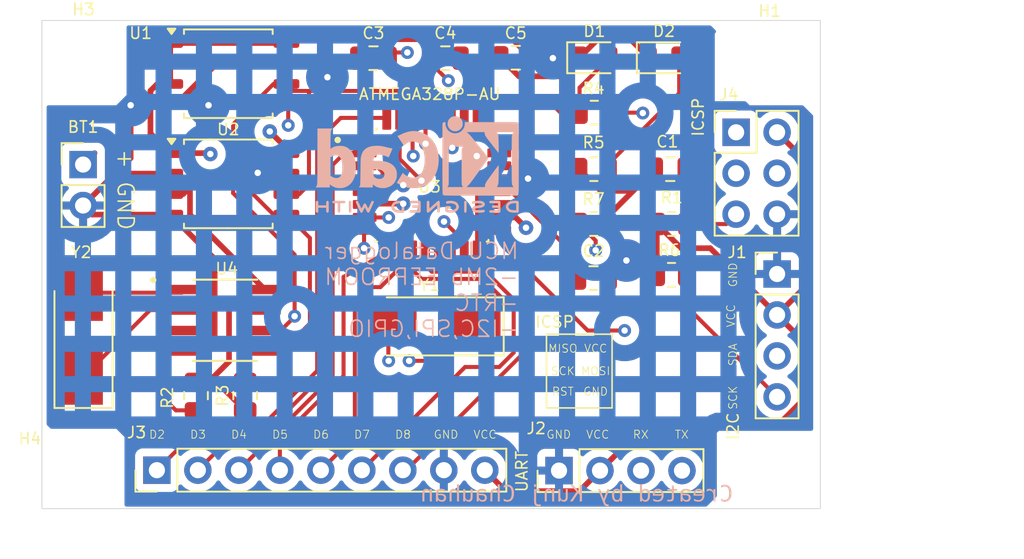
<source format=kicad_pcb>
(kicad_pcb (version 20221018) (generator pcbnew)
  (title_block (title "MCU Datalogger with EEPROM and RTC") (date "2024-06-17") (rev "1") (comment 1 "2 layer PCB"))
  (layers (0 "F.Cu" mixed) (1 "In1.Cu" signal) (2 "In2.Cu" signal) (31 "B.Cu" mixed) (34 "B.Paste" user) (35 "F.Paste" user) (36 "B.SilkS" user "B.Silkscreen") (37 "F.SilkS" user "F.Silkscreen") (38 "B.Mask" user) (39 "F.Mask" user) (44 "Edge.Cuts" user))
  (net 0 "")
  (net 1 "GND")
  (net 2 "/VCC")
  (net 3 "Net-(U3-AREF)")
  (net 4 "Net-(U3-PB6)")
  (net 5 "Net-(U3-PB7)")
  (net 6 "Net-(D1-A)")
  (net 7 "Net-(D2-A)")
  (net 8 "/SDA")
  (net 9 "/SCK")
  (net 10 "/RX")
  (net 11 "/TX")
  (net 12 "/D2")
  (net 13 "/D3")
  (net 14 "/D4")
  (net 15 "/D5")
  (net 16 "/D6")
  (net 17 "/D7")
  (net 18 "/D8")
  (net 19 "/MISO")
  (net 20 "/MOSI")
  (net 21 "/RESET")
  (net 22 "Net-(U4-~{INTA})")
  (net 23 "Net-(U4-SQW{slash}~INT)")
  (net 33 "Net-(U4-X1)")
  (net 34 "Net-(U4-X2)")
  (net 35 "/SCL")
  (footprint "Capacitor_SMD:C_0805_2012Metric" (layer "F.Cu") (at 158.2776 88.0364)
    (fp_text reference "C1" (at -0.1778 -1.7018) (layer "F.SilkS") (effects (font (size 0.7 0.7) (thickness 0.1))))
    (fp_text value "0.1uF")
    (pad "1" smd roundrect (at -0.95 0) (size 1 1.45) (layers "F.Cu" "F.Paste" "F.Mask") (net 2 "/VCC"))
    (pad "2" smd roundrect (at 0.95 0) (size 1 1.45) (layers "F.Cu" "F.Paste" "F.Mask") (net 1 "GND"))
  )
  (footprint "Connector_PinHeader_2.54mm:PinHeader_1x04_P2.54mm_Vertical" (layer "F.Cu") (at 164.8968 94.5388)
    (fp_text reference "J1" (at -2.479 -1.3462) (layer "F.SilkS") (effects (font (size 0.7 0.7) (thickness 0.1))))
    (fp_text value "Conn_01x04_Pin")
    (pad "1" thru_hole rect (at 0 0) (size 1.7 1.7) (drill 1) (layers "*.Cu" "*.Mask") (net 1 "GND"))
    (pad "2" thru_hole oval (at 0 2.54) (size 1.7 1.7) (drill 1) (layers "*.Cu" "*.Mask") (net 2 "/VCC"))
    (pad "3" thru_hole oval (at 0 5.08) (size 1.7 1.7) (drill 1) (layers "*.Cu" "*.Mask") (net 8 "/SDA"))
    (pad "4" thru_hole oval (at 0 7.62) (size 1.7 1.7) (drill 1) (layers "*.Cu" "*.Mask") (net 35 "/SCL"))
  )
  (footprint "Resistor_SMD:R_0805_2012Metric" (layer "F.Cu") (at 153.5407 91.44 180)
    (fp_text reference "R7" (at 0.0129 1.5494) (layer "F.SilkS") (effects (font (size 0.7 0.7) (thickness 0.1))))
    (fp_text value "4.7K")
    (pad "1" smd roundrect (at -0.9125 0 180) (size 1.025 1.4) (layers "F.Cu" "F.Paste" "F.Mask") (roundrect_rratio 0.243902439) (net 2 "/VCC"))
    (pad "2" smd roundrect (at 0.9125 0 180) (size 1.025 1.4) (layers "F.Cu" "F.Paste" "F.Mask") (roundrect_rratio 0.243902439) (net 8 "/SDA"))
  )
  (footprint "Resistor_SMD:R_0805_2012Metric" (layer "F.Cu") (at 131.9378 102.0826 90)
    (fp_text reference "R3" (at 0 -1.397 270) (layer "F.SilkS") (effects (font (size 0.7 0.7) (thickness 0.1))))
    (fp_text value "10K")
    (pad "1" smd roundrect (at -0.9125 0 90) (size 1.025 1.4) (layers "F.Cu" "F.Paste" "F.Mask") (roundrect_rratio 0.243902439) (net 2 "/VCC"))
    (pad "2" smd roundrect (at 0.9125 0 90) (size 1.025 1.4) (layers "F.Cu" "F.Paste" "F.Mask") (roundrect_rratio 0.243902439) (net 23 "Net-(U4-SQW{slash}~INT)"))
  )
  (footprint "Connector_PinHeader_2.54mm:PinHeader_1x02_P2.54mm_Vertical" (layer "F.Cu") (at 121.8946 87.752)
    (fp_text reference "BT1" (at 0 -2.33) (layer "F.SilkS") (effects (font (size 0.7 0.7) (thickness 0.1))))
    (fp_text value "Battery")
    (pad "1" thru_hole rect (at 0 0) (size 1.7 1.7) (drill 1) (layers "*.Cu" "*.Mask") (net 2 "/VCC"))
    (pad "2" thru_hole oval (at 0 2.54) (size 1.7 1.7) (drill 1) (layers "*.Cu" "*.Mask") (net 1 "GND"))
  )
  (footprint "Resistor_SMD:R_0805_2012Metric" (layer "F.Cu") (at 128.8898 102.0826 -90)
    (fp_text reference "R2" (at 0.127 1.778 -90) (layer "F.SilkS") (effects (font (size 0.7 0.7) (thickness 0.1))))
    (fp_text value "10K" hide)
    (pad "1" smd roundrect (at -0.9125 0 270) (size 1.025 1.4) (layers "F.Cu" "F.Paste" "F.Mask") (roundrect_rratio 0.243902439) (net 2 "/VCC"))
    (pad "2" smd roundrect (at 0.9125 0 270) (size 1.025 1.4) (layers "F.Cu" "F.Paste" "F.Mask") (roundrect_rratio 0.243902439) (net 22 "Net-(U4-~{INTA})"))
  )
  (footprint "Crystal:Crystal_SMD_5032-2Pin_5.0x3.2mm_HandSoldering" (layer "F.Cu") (at 121.92 98.298 90)
    (fp_text reference "Y2" (at 5.1054 -0.1422 180) (layer "F.SilkS") (effects (font (size 0.7 0.7) (thickness 0.1))))
    (fp_text value "32.768 KHz")
    (pad "1" smd rect (at -2.6 0 90) (size 3.5 2.4) (layers "F.Cu" "F.Paste" "F.Mask") (net 34 "Net-(U4-X2)"))
    (pad "2" smd rect (at 2.6 0 90) (size 3.5 2.4) (layers "F.Cu" "F.Paste" "F.Mask") (net 33 "Net-(U4-X1)"))
  )
  (footprint "Connector_PinHeader_2.54mm:PinHeader_2x03_P2.54mm_Vertical" (layer "F.Cu") (at 162.3568 85.7504)
    (fp_text reference "J4" (at -0.447 -2.3368) (layer "F.SilkS") (effects (font (size 0.7 0.7) (thickness 0.1))))
    (fp_text value "Conn_02x03_Odd_Even")
    (pad "1" thru_hole rect (at 0 0) (size 1.7 1.7) (drill 1) (layers "*.Cu" "*.Mask") (net 19 "/MISO"))
    (pad "2" thru_hole oval (at 2.54 0) (size 1.7 1.7) (drill 1) (layers "*.Cu" "*.Mask") (net 2 "/VCC"))
    (pad "3" thru_hole oval (at 0 2.54) (size 1.7 1.7) (drill 1) (layers "*.Cu" "*.Mask") (net 9 "/SCK"))
    (pad "4" thru_hole oval (at 2.54 2.54) (size 1.7 1.7) (drill 1) (layers "*.Cu" "*.Mask") (net 20 "/MOSI"))
    (pad "5" thru_hole oval (at 0 5.08) (size 1.7 1.7) (drill 1) (layers "*.Cu" "*.Mask") (net 21 "/RESET"))
    (pad "6" thru_hole oval (at 2.54 5.08) (size 1.7 1.7) (drill 1) (layers "*.Cu" "*.Mask") (net 1 "GND"))
  )
  (footprint "Capacitor_SMD:C_0805_2012Metric" (layer "F.Cu") (at 144.338 81.153)
    (fp_text reference "C4" (at 0 -1.5494) (layer "F.SilkS") (effects (font (size 0.7 0.7) (thickness 0.1))))
    (fp_text value "22pF")
    (pad "1" smd roundrect (at -0.95 0) (size 1 1.45) (layers "F.Cu" "F.Paste" "F.Mask") (net 5 "Net-(U3-PB7)"))
    (pad "2" smd roundrect (at 0.95 0) (size 1 1.45) (layers "F.Cu" "F.Paste" "F.Mask") (net 1 "GND"))
  )
  (footprint "MountingHole:MountingHole_2.1mm" (layer "F.Cu") (at 164.4396 106.6292)
    (fp_text reference "H2" (at 0.0102 0.0254) (layer "F.SilkS") (effects (font (size 0.7 0.7) (thickness 0.1))))
    (fp_text value "MountingHole")
    (pad "" np_thru_hole circle (at 0 0) (size 2.1 2.1) (drill 2.1) (layers "*.Cu" "*.Mask"))
  )
  (footprint "Connector_PinHeader_2.54mm:PinHeader_1x04_P2.54mm_Vertical" (layer "F.Cu") (at 151.384 106.7308 90)
    (fp_text reference "J2" (at 2.6162 -1.4122 180) (layer "F.SilkS") (effects (font (size 0.7 0.7) (thickness 0.1))))
    (fp_text value "Conn_01x04_Pin")
    (pad "1" thru_hole rect (at 0 0 90) (size 1.7 1.7) (drill 1) (layers "*.Cu" "*.Mask") (net 1 "GND"))
    (pad "2" thru_hole oval (at 0 2.54 90) (size 1.7 1.7) (drill 1) (layers "*.Cu" "*.Mask") (net 2 "/VCC"))
    (pad "3" thru_hole oval (at 0 5.08 90) (size 1.7 1.7) (drill 1) (layers "*.Cu" "*.Mask") (net 10 "/RX"))
    (pad "4" thru_hole oval (at 0 7.62 90) (size 1.7 1.7) (drill 1) (layers "*.Cu" "*.Mask") (net 11 "/TX"))
  )
  (footprint "LED_SMD:LED_0805_2012Metric" (layer "F.Cu") (at 153.5763 81.1276)
    (fp_text reference "D1" (at 0 -1.65) (layer "F.SilkS") (effects (font (size 0.7 0.7) (thickness 0.1))))
    (fp_text value "LED")
    (pad "1" smd roundrect (at -0.9375 0) (size 0.975 1.4) (layers "F.Cu" "F.Paste" "F.Mask") (net 1 "GND"))
    (pad "2" smd roundrect (at 0.9375 0) (size 0.975 1.4) (layers "F.Cu" "F.Paste" "F.Mask") (net 6 "Net-(D1-A)"))
  )
  (footprint "Capacitor_SMD:C_0805_2012Metric" (layer "F.Cu") (at 153.5207 94.7928)
    (fp_text reference "C2" (at 0.0071 -1.68) (layer "F.SilkS") (effects (font (size 0.7 0.7) (thickness 0.1))))
    (fp_text value "0.1uF")
    (pad "1" smd roundrect (at -0.95 0) (size 1 1.45) (layers "F.Cu" "F.Paste" "F.Mask") (net 3 "Net-(U3-AREF)"))
    (pad "2" smd roundrect (at 0.95 0) (size 1 1.45) (layers "F.Cu" "F.Paste" "F.Mask") (net 1 "GND"))
  )
  (footprint "Capacitor_SMD:C_0805_2012Metric" (layer "F.Cu") (at 148.7018 81.1276 180)
    (fp_text reference "C5" (at 0 1.524) (layer "F.SilkS") (effects (font (size 0.7 0.7) (thickness 0.1))))
    (fp_text value "100nF")
    (pad "1" smd roundrect (at -0.95 0 180) (size 1 1.45) (layers "F.Cu" "F.Paste" "F.Mask") (net 2 "/VCC"))
    (pad "2" smd roundrect (at 0.95 0 180) (size 1 1.45) (layers "F.Cu" "F.Paste" "F.Mask") (net 1 "GND"))
  )
  (footprint "Package_SO:SOIC-8_5.275x5.275mm_P1.27mm" (layer "F.Cu") (at 130.893 82.1182)
    (fp_text reference "U1" (at -5.4322 -2.5146) (layer "F.SilkS") (effects (font (size 0.7 0.7) (thickness 0.1))))
    (fp_text value "24LC1025")
    (pad "1" smd roundrect (at -3.6 -1.905) (size 1.6 0.6) (layers "F.Cu" "F.Paste" "F.Mask") (net 2 "/VCC"))
    (pad "2" smd roundrect (at -3.6 -0.635) (size 1.6 0.6) (layers "F.Cu" "F.Paste" "F.Mask") (net 2 "/VCC"))
    (pad "3" smd roundrect (at -3.6 0.635) (size 1.6 0.6) (layers "F.Cu" "F.Paste" "F.Mask") (net 2 "/VCC"))
    (pad "4" smd roundrect (at -3.6 1.905) (size 1.6 0.6) (layers "F.Cu" "F.Paste" "F.Mask") (net 1 "GND"))
    (pad "5" smd roundrect (at 3.6 1.905) (size 1.6 0.6) (layers "F.Cu" "F.Paste" "F.Mask") (net 8 "/SDA"))
    (pad "6" smd roundrect (at 3.6 0.635) (size 1.6 0.6) (layers "F.Cu" "F.Paste" "F.Mask") (net 35 "/SCL"))
    (pad "7" smd roundrect (at 3.6 -0.635) (size 1.6 0.6) (layers "F.Cu" "F.Paste" "F.Mask") (net 1 "GND"))
    (pad "8" smd roundrect (at 3.6 -1.905) (size 1.6 0.6) (layers "F.Cu" "F.Paste" "F.Mask") (net 2 "/VCC"))
  )
  (footprint "MountingHole:MountingHole_2.1mm" (layer "F.Cu") (at 121.8946 106.5784)
    (fp_text reference "H4" (at -3.2918 -1.8288) (layer "F.SilkS") (effects (font (size 0.7 0.7) (thickness 0.1))))
    (fp_text value "MountingHole")
    (pad "" np_thru_hole circle (at 0 0) (size 2.1 2.1) (drill 2.1) (layers "*.Cu" "*.Mask"))
  )
  (footprint "DS1337S_:SOIC127P600X175-8N" (layer "F.Cu") (at 130.683 97.409)
    (fp_text reference "U4" (at 0.1118 -3.2004) (layer "F.SilkS") (effects (font (size 0.7 0.7) (thickness 0.1))))
    (fp_text value "DS1337S_")
    (pad "1" smd roundrect (at -2.475 -1.905) (size 1.97 0.59) (layers "F.Cu" "F.Paste" "F.Mask") (roundrect_rratio 0.125) (net 33 "Net-(U4-X1)"))
    (pad "2" smd roundrect (at -2.475 -0.635) (size 1.97 0.59) (layers "F.Cu" "F.Paste" "F.Mask") (roundrect_rratio 0.125) (net 34 "Net-(U4-X2)"))
    (pad "3" smd roundrect (at -2.475 0.635) (size 1.97 0.59) (layers "F.Cu" "F.Paste" "F.Mask") (roundrect_rratio 0.125) (net 22 "Net-(U4-~{INTA})"))
    (pad "4" smd roundrect (at -2.475 1.905) (size 1.97 0.59) (layers "F.Cu" "F.Paste" "F.Mask") (roundrect_rratio 0.125) (net 1 "GND"))
    (pad "5" smd roundrect (at 2.475 1.905) (size 1.97 0.59) (layers "F.Cu" "F.Paste" "F.Mask") (roundrect_rratio 0.125) (net 8 "/SDA"))
    (pad "6" smd roundrect (at 2.475 0.635) (size 1.97 0.59) (layers "F.Cu" "F.Paste" "F.Mask") (roundrect_rratio 0.125) (net 35 "/SCL"))
    (pad "7" smd roundrect (at 2.475 -0.635) (size 1.97 0.59) (layers "F.Cu" "F.Paste" "F.Mask") (roundrect_rratio 0.125) (net 23 "Net-(U4-SQW{slash}~INT)"))
    (pad "8" smd roundrect (at 2.475 -1.905) (size 1.97 0.59) (layers "F.Cu" "F.Paste" "F.Mask") (roundrect_rratio 0.125) (net 2 "/VCC"))
  )
  (footprint "Resistor_SMD:R_0805_2012Metric" (layer "F.Cu") (at 158.3538 94.5896)
    (fp_text reference "R6" (at -0.127 -1.524) (layer "F.SilkS") (effects (font (size 0.7 0.7) (thickness 0.1))))
    (fp_text value "4.7K")
    (pad "1" smd roundrect (at -0.9125 0) (size 1.025 1.4) (layers "F.Cu" "F.Paste" "F.Mask") (roundrect_rratio 0.243902439) (net 2 "/VCC"))
    (pad "2" smd roundrect (at 0.9125 0) (size 1.025 1.4) (layers "F.Cu" "F.Paste" "F.Mask") (roundrect_rratio 0.243902439) (net 35 "/SCL"))
  )
  (footprint "Capacitor_SMD:C_0805_2012Metric" (layer "F.Cu") (at 139.888 81.153)
    (fp_text reference "C3" (at 0 -1.5494) (layer "F.SilkS") (effects (font (size 0.7 0.7) (thickness 0.1))))
    (fp_text value "22pF")
    (pad "1" smd roundrect (at -0.95 0) (size 1 1.45) (layers "F.Cu" "F.Paste" "F.Mask") (net 1 "GND"))
    (pad "2" smd roundrect (at 0.95 0) (size 1 1.45) (layers "F.Cu" "F.Paste" "F.Mask") (net 4 "Net-(U3-PB6)"))
  )
  (footprint "Crystal:Crystal_SMD_5032-2Pin_5.0x3.2mm_HandSoldering" (layer "F.Cu") (at 143.4084 97.79 180)
    (fp_text reference "Y1" (at 0.0406 2.5654 180) (layer "F.SilkS") (effects (font (size 0.7 0.7) (thickness 0.1))))
    (fp_text value "16MHz")
    (pad "1" smd rect (at -2.6 0 180) (size 3.5 2.4) (layers "F.Cu" "F.Paste" "F.Mask") (net 5 "Net-(U3-PB7)"))
    (pad "2" smd rect (at 2.6 0 180) (size 3.5 2.4) (layers "F.Cu" "F.Paste" "F.Mask") (net 4 "Net-(U3-PB6)"))
  )
  (footprint "MountingHole:MountingHole_2.1mm" (layer "F.Cu") (at 121.92 81.3308)
    (fp_text reference "H3" (at 0 -3.2) (layer "F.SilkS") (effects (font (size 0.7 0.7) (thickness 0.1))))
    (fp_text value "MountingHole")
    (pad "" np_thru_hole circle (at 0 0) (size 2.1 2.1) (drill 2.1) (layers "*.Cu" "*.Mask"))
  )
  (footprint "Connector_PinHeader_2.54mm:PinHeader_1x09_P2.54mm_Vertical" (layer "F.Cu") (at 126.4666 106.7054 90)
    (fp_text reference "J3" (at 2.3368 -1.2598 180) (layer "F.SilkS") (effects (font (size 0.7 0.7) (thickness 0.1))))
    (fp_text value "Conn_01x09_Pin")
    (pad "1" thru_hole rect (at 0 0 90) (size 1.7 1.7) (drill 1) (layers "*.Cu" "*.Mask") (net 12 "/D2"))
    (pad "2" thru_hole oval (at 0 2.54 90) (size 1.7 1.7) (drill 1) (layers "*.Cu" "*.Mask") (net 13 "/D3"))
    (pad "3" thru_hole oval (at 0 5.08 90) (size 1.7 1.7) (drill 1) (layers "*.Cu" "*.Mask") (net 14 "/D4"))
    (pad "4" thru_hole oval (at 0 7.62 90) (size 1.7 1.7) (drill 1) (layers "*.Cu" "*.Mask") (net 15 "/D5"))
    (pad "5" thru_hole oval (at 0 10.16 90) (size 1.7 1.7) (drill 1) (layers "*.Cu" "*.Mask") (net 16 "/D6"))
    (pad "6" thru_hole oval (at 0 12.7 90) (size 1.7 1.7) (drill 1) (layers "*.Cu" "*.Mask") (net 17 "/D7"))
    (pad "7" thru_hole oval (at 0 15.24 90) (size 1.7 1.7) (drill 1) (layers "*.Cu" "*.Mask") (net 18 "/D8"))
    (pad "8" thru_hole oval (at 0 17.78 90) (size 1.7 1.7) (drill 1) (layers "*.Cu" "*.Mask") (net 1 "GND"))
    (pad "9" thru_hole oval (at 0 20.32 90) (size 1.7 1.7) (drill 1) (layers "*.Cu" "*.Mask") (net 2 "/VCC"))
  )
  (footprint "Package_SO:SOIC-8_5.275x5.275mm_P1.27mm" (layer "F.Cu") (at 130.893 88.9482)
    (fp_text reference "U2" (at 0 -3.3756) (layer "F.SilkS") (effects (font (size 0.7 0.7) (thickness 0.1))))
    (fp_text value "24LC1025")
    (pad "1" smd roundrect (at -3.6 -1.905) (size 1.6 0.6) (layers "F.Cu" "F.Paste" "F.Mask") (net 2 "/VCC"))
    (pad "2" smd roundrect (at -3.6 -0.635) (size 1.6 0.6) (layers "F.Cu" "F.Paste" "F.Mask") (net 1 "GND"))
    (pad "3" smd roundrect (at -3.6 0.635) (size 1.6 0.6) (layers "F.Cu" "F.Paste" "F.Mask") (net 2 "/VCC"))
    (pad "4" smd roundrect (at -3.6 1.905) (size 1.6 0.6) (layers "F.Cu" "F.Paste" "F.Mask") (net 1 "GND"))
    (pad "5" smd roundrect (at 3.6 1.905) (size 1.6 0.6) (layers "F.Cu" "F.Paste" "F.Mask") (net 8 "/SDA"))
    (pad "6" smd roundrect (at 3.6 0.635) (size 1.6 0.6) (layers "F.Cu" "F.Paste" "F.Mask") (net 35 "/SCL"))
    (pad "7" smd roundrect (at 3.6 -0.635) (size 1.6 0.6) (layers "F.Cu" "F.Paste" "F.Mask") (net 1 "GND"))
    (pad "8" smd roundrect (at 3.6 -1.905) (size 1.6 0.6) (layers "F.Cu" "F.Paste" "F.Mask") (net 2 "/VCC"))
  )
  (footprint "Resistor_SMD:R_0805_2012Metric" (layer "F.Cu") (at 158.369 91.44)
    (fp_text reference "R1" (at 0 -1.65) (layer "F.SilkS") (effects (font (size 0.7 0.7) (thickness 0.1))))
    (fp_text value "10K")
    (pad "1" smd roundrect (at -0.9125 0) (size 1.025 1.4) (layers "F.Cu" "F.Paste" "F.Mask") (roundrect_rratio 0.243902439) (net 2 "/VCC"))
    (pad "2" smd roundrect (at 0.9125 0) (size 1.025 1.4) (layers "F.Cu" "F.Paste" "F.Mask") (roundrect_rratio 0.243902439) (net 21 "/RESET"))
  )
  (footprint "Resistor_SMD:R_0805_2012Metric" (layer "F.Cu") (at 153.5684 84.5312)
    (fp_text reference "R4" (at -0.0406 -1.4986) (layer "F.SilkS") (effects (font (size 0.7 0.7) (thickness 0.1))))
    (fp_text value "330")
    (pad "1" smd roundrect (at -0.9125 0) (size 1.025 1.4) (layers "F.Cu" "F.Paste" "F.Mask") (roundrect_rratio 0.243902439) (net 6 "Net-(D1-A)"))
    (pad "2" smd roundrect (at 0.9125 0) (size 1.025 1.4) (layers "F.Cu" "F.Paste" "F.Mask") (roundrect_rratio 0.243902439) (net 9 "/SCK"))
  )
  (footprint "MountingHole:MountingHole_2.1mm" (layer "F.Cu") (at 164.4396 81.4324)
    (fp_text reference "H1" (at 0 -3.2) (layer "F.SilkS") (effects (font (size 0.7 0.7) (thickness 0.1))))
    (fp_text value "MountingHole")
    (pad "" np_thru_hole circle (at 0 0) (size 2.1 2.1) (drill 2.1) (layers "*.Cu" "*.Mask"))
  )
  (footprint "LED_SMD:LED_0805_2012Metric" (layer "F.Cu") (at 157.892 81.1276)
    (fp_text reference "D2" (at 0 -1.65) (layer "F.SilkS") (effects (font (size 0.7 0.7) (thickness 0.1))))
    (fp_text value "LED")
    (pad "1" smd roundrect (at -0.9375 0) (size 0.975 1.4) (layers "F.Cu" "F.Paste" "F.Mask") (net 1 "GND"))
    (pad "2" smd roundrect (at 0.9375 0) (size 0.975 1.4) (layers "F.Cu" "F.Paste" "F.Mask") (net 7 "Net-(D2-A)"))
  )
  (footprint "Resistor_SMD:R_0805_2012Metric" (layer "F.Cu") (at 153.5407 88.0364)
    (fp_text reference "R5" (at -0.0129 -1.65) (layer "F.SilkS") (effects (font (size 0.7 0.7) (thickness 0.1))))
    (fp_text value "330")
    (pad "1" smd roundrect (at -0.9125 0) (size 1.025 1.4) (layers "F.Cu" "F.Paste" "F.Mask") (roundrect_rratio 0.243902439) (net 2 "/VCC"))
    (pad "2" smd roundrect (at 0.9125 0) (size 1.025 1.4) (layers "F.Cu" "F.Paste" "F.Mask") (roundrect_rratio 0.243902439) (net 7 "Net-(D2-A)"))
  )
  (footprint "ATMEGA328P-AU:QFP80P900X900X120-32N" (layer "F.Cu") (at 143.51 89.027)
    (fp_text reference "U3" (at -0.1422 0.1016) (layer "F.SilkS") (effects (font (size 0.7 0.7) (thickness 0.1))))
    (fp_text value "ATMEGA328P-AU")
    (pad "1" smd roundrect (at -4.17 -2.8) (size 1.47 0.55) (layers "F.Cu" "F.Paste" "F.Mask") (roundrect_rratio 0.125) (net 13 "/D3"))
    (pad "2" smd roundrect (at -4.17 -2) (size 1.47 0.55) (layers "F.Cu" "F.Paste" "F.Mask") (roundrect_rratio 0.125) (net 14 "/D4"))
    (pad "3" smd roundrect (at -4.17 -1.2) (size 1.47 0.55) (layers "F.Cu" "F.Paste" "F.Mask") (roundrect_rratio 0.125) (net 1 "GND"))
    (pad "4" smd roundrect (at -4.17 -0.4) (size 1.47 0.55) (layers "F.Cu" "F.Paste" "F.Mask") (roundrect_rratio 0.125))
    (pad "5" smd roundrect (at -4.17 0.4) (size 1.47 0.55) (layers "F.Cu" "F.Paste" "F.Mask") (roundrect_rratio 0.125) (net 1 "GND"))
    (pad "6" smd roundrect (at -4.17 1.2) (size 1.47 0.55) (layers "F.Cu" "F.Paste" "F.Mask") (roundrect_rratio 0.125) (net 2 "/VCC"))
    (pad "7" smd roundrect (at -4.17 2) (size 1.47 0.55) (layers "F.Cu" "F.Paste" "F.Mask") (roundrect_rratio 0.125) (net 4 "Net-(U3-PB6)"))
    (pad "8" smd roundrect (at -4.17 2.8) (size 1.47 0.55) (layers "F.Cu" "F.Paste" "F.Mask") (roundrect_rratio 0.125) (net 5 "Net-(U3-PB7)"))
    (pad "9" smd roundrect (at -2.8 4.17) (size 0.55 1.47) (layers "F.Cu" "F.Paste" "F.Mask") (roundrect_rratio 0.125) (net 15 "/D5"))
    (pad "10" smd roundrect (at -2 4.17) (size 0.55 1.47) (layers "F.Cu" "F.Paste" "F.Mask") (roundrect_rratio 0.125) (net 16 "/D6"))
    (pad "11" smd roundrect (at -1.2 4.17) (size 0.55 1.47) (layers "F.Cu" "F.Paste" "F.Mask") (roundrect_rratio 0.125) (net 17 "/D7"))
    (pad "12" smd roundrect (at -0.4 4.17) (size 0.55 1.47) (layers "F.Cu" "F.Paste" "F.Mask") (roundrect_rratio 0.125) (net 18 "/D8"))
    (pad "13" smd roundrect (at 0.4 4.17) (size 0.55 1.47) (layers "F.Cu" "F.Paste" "F.Mask") (roundrect_rratio 0.125))
    (pad "14" smd roundrect (at 1.2 4.17) (size 0.55 1.47) (layers "F.Cu" "F.Paste" "F.Mask") (roundrect_rratio 0.125))
    (pad "15" smd roundrect (at 2 4.17) (size 0.55 1.47) (layers "F.Cu" "F.Paste" "F.Mask") (roundrect_rratio 0.125) (net 20 "/MOSI"))
    (pad "16" smd roundrect (at 2.8 4.17) (size 0.55 1.47) (layers "F.Cu" "F.Paste" "F.Mask") (roundrect_rratio 0.125) (net 19 "/MISO"))
    (pad "17" smd roundrect (at 4.17 2.8) (size 1.47 0.55) (layers "F.Cu" "F.Paste" "F.Mask") (roundrect_rratio 0.125) (net 9 "/SCK"))
    (pad "18" smd roundrect (at 4.17 2) (size 1.47 0.55) (layers "F.Cu" "F.Paste" "F.Mask") (roundrect_rratio 0.125) (net 2 "/VCC"))
    (pad "19" smd roundrect (at 4.17 1.2) (size 1.47 0.55) (layers "F.Cu" "F.Paste" "F.Mask") (roundrect_rratio 0.125))
    (pad "20" smd roundrect (at 4.17 0.4) (size 1.47 0.55) (layers "F.Cu" "F.Paste" "F.Mask") (roundrect_rratio 0.125) (net 3 "Net-(U3-AREF)"))
    (pad "21" smd roundrect (at 4.17 -0.4) (size 1.47 0.55) (layers "F.Cu" "F.Paste" "F.Mask") (roundrect_rratio 0.125) (net 1 "GND"))
    (pad "22" smd roundrect (at 4.17 -1.2) (size 1.47 0.55) (layers "F.Cu" "F.Paste" "F.Mask") (roundrect_rratio 0.125))
    (pad "23" smd roundrect (at 4.17 -2) (size 1.47 0.55) (layers "F.Cu" "F.Paste" "F.Mask") (roundrect_rratio 0.125))
    (pad "24" smd roundrect (at 4.17 -2.8) (size 1.47 0.55) (layers "F.Cu" "F.Paste" "F.Mask") (roundrect_rratio 0.125))
    (pad "25" smd roundrect (at 2.8 -4.17) (size 0.55 1.47) (layers "F.Cu" "F.Paste" "F.Mask") (roundrect_rratio 0.125))
    (pad "26" smd roundrect (at 2 -4.17) (size 0.55 1.47) (layers "F.Cu" "F.Paste" "F.Mask") (roundrect_rratio 0.125))
    (pad "27" smd roundrect (at 1.2 -4.17) (size 0.55 1.47) (layers "F.Cu" "F.Paste" "F.Mask") (roundrect_rratio 0.125) (net 8 "/SDA"))
    (pad "28" smd roundrect (at 0.4 -4.17) (size 0.55 1.47) (layers "F.Cu" "F.Paste" "F.Mask") (roundrect_rratio 0.125) (net 35 "/SCL"))
    (pad "29" smd roundrect (at -0.4 -4.17) (size 0.55 1.47) (layers "F.Cu" "F.Paste" "F.Mask") (roundrect_rratio 0.125) (net 21 "/RESET"))
    (pad "30" smd roundrect (at -1.2 -4.17) (size 0.55 1.47) (layers "F.Cu" "F.Paste" "F.Mask") (roundrect_rratio 0.125) (net 10 "/RX"))
    (pad "31" smd roundrect (at -2 -4.17) (size 0.55 1.47) (layers "F.Cu" "F.Paste" "F.Mask") (roundrect_rratio 0.125) (net 11 "/TX"))
    (pad "32" smd roundrect (at -2.8 -4.17) (size 0.55 1.47) (layers "F.Cu" "F.Paste" "F.Mask") (roundrect_rratio 0.125) (net 12 "/D2"))
  )
  (footprint "Symbol:KiCad-Logo2_5mm_SilkScreen" (layer "B.Cu") (at 142.6058 87.7316 180)
    (fp_text reference "REF**" hide)
    (fp_text value "KiCad-Logo2_5mm_SilkScreen" hide)
  )
  (gr_line (start 154.6708 102.8446) (end 154.6708 98.2726) (stroke (width 0.1)) (layer "F.SilkS"))
  (gr_line (start 150.6068 102.8446) (end 154.6708 102.8446) (stroke (width 0.1)) (layer "F.SilkS"))
  (gr_line (start 150.6068 98.2726) (end 150.6068 102.8446) (stroke (width 0.1)) (layer "F.SilkS"))
  (gr_line (start 154.6708 98.2726) (end 150.6068 98.2726) (stroke (width 0.1)) (layer "F.SilkS"))
  (gr_rect (start 119.3419 78.8162) (end 167.5765 109.093) (stroke (width 0.05)) (fill none) (layer "Edge.Cuts"))
  (gr_text "Created by Kunj Chauhan" (at 162.1638 108.8136) (layer "B.SilkS") (effects (font (size 1 1) (thickness 0.125)) (justify left bottom mirror)))
  (gr_text "MCU Datalogger \n-2Mb EEPROOM\n-RTC\n-I2C,SPI,GPIO" (at 148.9558 98.5266) (layer "B.SilkS") (effects (font (size 1 1) (thickness 0.1)) (justify left bottom mirror)))
  (gr_text "VCC" (at 153.6548 99.1616) (layer "F.SilkS") (effects (font (size 0.5 0.5) (thickness 0.05))))
  (gr_text "+ GND\n" (at 123.9368 86.7156 -90) (layer "F.SilkS") (effects (font (size 1 1) (thickness 0.1)) (justify left bottom)))
  (gr_text "ICSP\n" (at 151.1148 97.5106) (layer "F.SilkS") (effects (font (size 0.7 0.7) (thickness 0.1))))
  (gr_text "GND" (at 151.3688 104.4956) (layer "F.SilkS") (effects (font (size 0.5 0.5) (thickness 0.05))))
  (gr_text "D5\n" (at 134.0968 104.4956) (layer "F.SilkS") (effects (font (size 0.5 0.5) (thickness 0.05))))
  (gr_text "SDA\n" (at 162.1638 99.5426 90) (layer "F.SilkS") (effects (font (size 0.5 0.5) (thickness 0.05))))
  (gr_text "I2C\n" (at 162.1638 103.9876 90) (layer "F.SilkS") (effects (font (size 0.7 0.7) (thickness 0.1))))
  (gr_text "D6\n" (at 136.6368 104.4956) (layer "F.SilkS") (effects (font (size 0.5 0.5) (thickness 0.05))))
  (gr_text "RX" (at 156.4488 104.4956) (layer "F.SilkS") (effects (font (size 0.5 0.5) (thickness 0.05))))
  (gr_text "D7" (at 139.1768 104.4956) (layer "F.SilkS") (effects (font (size 0.5 0.5) (thickness 0.05))))
  (gr_text "TX" (at 158.9888 104.4956) (layer "F.SilkS") (effects (font (size 0.5 0.5) (thickness 0.05))))
  (gr_text "D4\n" (at 131.5568 104.4956) (layer "F.SilkS") (effects (font (size 0.5 0.5) (thickness 0.05))))
  (gr_text "UART\n" (at 149.0828 106.7816 90) (layer "F.SilkS") (effects (font (size 0.7 0.7) (thickness 0.1))))
  (gr_text "MISO\n" (at 151.6228 99.1616) (layer "F.SilkS") (effects (font (size 0.5 0.5) (thickness 0.05))))
  (gr_text "MOSI\n" (at 153.6548 100.5586) (layer "F.SilkS") (effects (font (size 0.5 0.5) (thickness 0.05))))
  (gr_text "SCK" (at 162.1638 102.2096 90) (layer "F.SilkS") (effects (font (size 0.5 0.5) (thickness 0.05))))
  (gr_text "ATMEGA328P-AU" (at 138.9228 83.7946) (layer "F.SilkS") (effects (font (size 0.7 0.7) (thickness 0.1)) (justify left bottom)))
  (gr_text "GND" (at 144.3838 104.4956) (layer "F.SilkS") (effects (font (size 0.5 0.5) (thickness 0.05))))
  (gr_text "VCC" (at 153.7818 104.4956) (layer "F.SilkS") (effects (font (size 0.5 0.5) (thickness 0.05))))
  (gr_text "ICSP\n" (at 160.0048 84.8106 90) (layer "F.SilkS") (effects (font (size 0.7 0.7) (thickness 0.1))))
  (gr_text "D2" (at 126.4768 104.4956) (layer "F.SilkS") (effects (font (size 0.5 0.5) (thickness 0.05))))
  (gr_text "GND" (at 162.1638 94.5896 90) (layer "F.SilkS") (effects (font (size 0.5 0.5) (thickness 0.05))))
  (gr_text "RST\n" (at 151.6228 101.8286) (layer "F.SilkS") (effects (font (size 0.5 0.5) (thickness 0.05))))
  (gr_text "SCK\n" (at 151.6228 100.5586) (layer "F.SilkS") (effects (font (size 0.5 0.5) (thickness 0.05))))
  (gr_text "D8\n" (at 141.7168 104.4956) (layer "F.SilkS") (effects (font (size 0.5 0.5) (thickness 0.05))))
  (gr_text "VCC" (at 146.7968 104.4956) (layer "F.SilkS") (effects (font (size 0.5 0.5) (thickness 0.05))))
  (gr_text "D3\n" (at 129.0168 104.4956) (layer "F.SilkS") (effects (font (size 0.5 0.5) (thickness 0.05))))
  (gr_text "VCC" (at 162.0368 97.1296 90) (layer "F.SilkS") (effects (font (size 0.5 0.5) (thickness 0.05))))
  (gr_text "GND" (at 153.6548 101.8286) (layer "F.SilkS") (effects (font (size 0.5 0.5) (thickness 0.05))))
  (segment (start 152.6388 81.1276) (end 151.0284 81.1276) (width 0.35) (layer "F.Cu") (net 1))
  (segment (start 139.34 87.827) (end 140.138 87.827) (width 0.35) (layer "F.Cu") (net 1))
  (segment (start 147.7264 81.153) (end 147.7518 81.1276) (width 0.35) (layer "F.Cu") (net 1))
  (segment (start 140.5 89.039672) (end 140.112672 89.427) (width 0.35) (layer "F.Cu") (net 1))
  (segment (start 152.6388 81.1276) (end 153.7638 80.0026) (width 0.35) (layer "F.Cu") (net 1))
  (segment (start 140.138 87.827) (end 140.5 88.189) (width 0.35) (layer "F.Cu") (net 1))
  (segment (start 137.033 81.4832) (end 138.6078 81.4832) (width 0.35) (layer "F.Cu") (net 1))
  (segment (start 121.8946 90.292) (end 123.1113 89.0753) (width 0.35) (layer "F.Cu") (net 1))
  (segment (start 127.293 90.8532) (end 122.4558 90.8532) (width 0.35) (layer "F.Cu") (net 1))
  (segment (start 132.7632 88.3132) (end 132.715 88.265) (width 0.35) (layer "F.Cu") (net 1))
  (segment (start 138.6078 81.4832) (end 138.938 81.153) (width 0.35) (layer "F.Cu") (net 1))
  (segment (start 140.112672 89.427) (end 139.34 89.427) (width 0.35) (layer "F.Cu") (net 1))
  (segment (start 137.033 81.4832) (end 137.033 82.3346) (width 0.35) (layer "F.Cu") (net 1))
  (segment (start 155.8295 80.0026) (end 156.9545 81.1276) (width 0.35) (layer "F.Cu") (net 1))
  (segment (start 147.7518 81.1276) (end 148.9018 82.2776) (width 0.35) (layer "F.Cu") (net 1))
  (segment (start 153.7638 80.0026) (end 155.8295 80.0026) (width 0.35) (layer "F.Cu") (net 1))
  (segment (start 147.68 88.627) (end 149.4574 88.627) (width 0.35) (layer "F.Cu") (net 1))
  (segment (start 151.4888 82.2776) (end 152.6388 81.1276) (width 0.35) (layer "F.Cu") (net 1))
  (segment (start 134.493 81.4832) (end 137.033 81.4832) (width 0.35) (layer "F.Cu") (net 1))
  (segment (start 164.8968 90.8304) (end 164.8968 94.5388) (width 0.35) (layer "F.Cu") (net 1))
  (segment (start 141.719328 89.039672) (end 140.5 89.039672) (width 0.35) (layer "F.Cu") (net 1))
  (segment (start 130.180328 81.4832) (end 127.640328 84.0232) (width 0.35) (layer "F.Cu") (net 1))
  (segment (start 160.401 80.899) (end 159.5046 80.0026) (width 0.35) (layer "F.Cu") (net 1))
  (segment (start 129.6162 84.0232) (end 129.667 84.074) (width 0.35) (layer "F.Cu") (net 1))
  (segment (start 123.1113 89.0753) (end 124.841 87.3456) (width 0.35) (layer "F.Cu") (net 1))
  (segment (start 148.9018 82.2776) (end 151.4888 82.2776) (width 0.35) (layer "F.Cu") (net 1))
  (segment (start 123.8734 88.3132) (end 127.293 88.3132) (width 0.35) (layer "F.Cu") (net 1))
  (segment (start 159.5046 80.0026) (end 155.8295 80.0026) (width 0.35) (layer "F.Cu") (net 1))
  (segment (start 154.4707 94.7928) (end 154.4707 94.7897) (width 0.35) (layer "F.Cu") (net 1))
  (segment (start 160.401 86.863) (end 160.401 80.899) (width 0.35) (layer "F.Cu") (net 1))
  (segment (start 141.732 89.027) (end 141.719328 89.039672) (width 0.35) (layer "F.Cu") (net 1))
  (segment (start 128.208 99.314) (end 129.193 99.314) (width 0.35) (layer "F.Cu") (net 1))
  (segment (start 130.048 98.459) (end 130.048 93.6082) (width 0.35) (layer "F.Cu") (net 1))
  (segment (start 154.4707 94.7897) (end 155.5598 93.7006) (width 0.35) (layer "F.Cu") (net 1))
  (segment (start 149.4574 88.627) (end 149.4638 88.6206) (width 0.35) (layer "F.Cu") (net 1))
  (segment (start 159.2276 88.0364) (end 160.401 86.863) (width 0.35) (layer "F.Cu") (net 1))
  (segment (start 127.640328 84.0232) (end 127.293 84.0232) (width 0.35) (layer "F.Cu") (net 1))
  (segment (start 124.841 87.3456) (end 124.841 84.074) (width 0.35) (layer "F.Cu") (net 1))
  (segment (start 129.193 99.314) (end 130.048 98.459) (width 0.35) (layer "F.Cu") (net 1))
  (segment (start 123.1113 89.0753) (end 123.8734 88.3132) (width 0.35) (layer "F.Cu") (net 1))
  (segment (start 122.4558 90.8532) (end 121.8946 90.292) (width 0.35) (layer "F.Cu") (net 1))
  (segment (start 127.293 84.0232) (end 129.6162 84.0232) (width 0.35) (layer "F.Cu") (net 1))
  (segment (start 134.493 81.4832) (end 130.180328 81.4832) (width 0.35) (layer "F.Cu") (net 1))
  (segment (start 130.048 93.6082) (end 127.293 90.8532) (width 0.35) (layer "F.Cu") (net 1))
  (segment (start 134.493 88.3132) (end 132.7632 88.3132) (width 0.35) (layer "F.Cu") (net 1))
  (segment (start 145.288 81.153) (end 147.7264 81.153) (width 0.35) (layer "F.Cu") (net 1))
  (segment (start 151.0284 81.1276) (end 151.003 81.153) (width 0.35) (layer "F.Cu") (net 1))
  (segment (start 140.5 88.189) (end 140.5 89.039672) (width 0.35) (layer "F.Cu") (net 1))
  (via (at 129.667 84.074) (size 0.9) (drill 0.4) (layers "F.Cu" "B.Cu") (net 1))
  (via (at 137.033 82.3346) (size 0.9) (drill 0.4) (layers "F.Cu" "B.Cu") (net 1))
  (via (at 151.003 81.153) (size 0.9) (drill 0.4) (layers "F.Cu" "B.Cu") (net 1))
  (via (at 124.841 84.074) (size 0.9) (drill 0.4) (layers "F.Cu" "B.Cu") (net 1))
  (via (at 149.4638 88.6206) (size 0.9) (drill 0.4) (layers "F.Cu" "B.Cu") (net 1))
  (via (at 141.732 89.027) (size 0.9) (drill 0.4) (layers "F.Cu" "B.Cu") (net 1))
  (via (at 155.5598 93.7006) (size 0.9) (drill 0.4) (layers "F.Cu" "B.Cu") (net 1))
  (via (at 132.715 88.265) (size 0.9) (drill 0.4) (layers "F.Cu" "B.Cu") (net 1))
  (segment (start 132.1664 95.504) (end 133.158 95.504) (width 0.35) (layer "F.Cu") (net 2))
  (segment (start 166.7358 95.2398) (end 164.8968 97.0788) (width 0.35) (layer "F.Cu") (net 2))
  (segment (start 134.493 87.0432) (end 134.493 86.7308) (width 0.35) (layer "F.Cu") (net 2))
  (segment (start 158.9551 92.9386) (end 160.7566 92.9386) (width 0.35) (layer "F.Cu") (net 2))
  (segment (start 128.8898 101.1701) (end 129.734118 101.1701) (width 0.35) (layer "F.Cu") (net 2))
  (segment (start 157.4565 91.44) (end 158.9551 92.9386) (width 0.35) (layer "F.Cu") (net 2))
  (segment (start 147.68 91.027) (end 148.6952 91.027) (width 0.35) (layer "F.Cu") (net 2))
  (segment (start 164.8968 85.7504) (end 166.7358 87.5894) (width 0.35) (layer "F.Cu") (net 2))
  (segment (start 127.293 80.2132) (end 134.493 80.2132) (width 0.35) (layer "F.Cu") (net 2))
  (segment (start 126.068 83.178201) (end 126.068 85.8182) (width 0.35) (layer "F.Cu") (net 2))
  (segment (start 128.518 89.158199) (end 128.518 87.2328) (width 0.35) (layer "F.Cu") (net 2))
  (segment (start 134.493 86.7308) (end 133.4618 85.6996) (width 0.35) (layer "F.Cu") (net 2))
  (segment (start 152.649 108.0058) (end 148.087 108.0058) (width 0.35) (layer "F.Cu") (net 2))
  (segment (start 126.068 85.8182) (end 127.293 87.0432) (width 0.35) (layer "F.Cu") (net 2))
  (segment (start 157.4413 91.4552) (end 157.4565 91.44) (width 0.35) (layer "F.Cu") (net 2))
  (segment (start 128.518 90.864) (end 128.518 89.158199) (width 0.35) (layer "F.Cu") (net 2))
  (segment (start 164.871123 103.9876) (end 156.6672 103.9876) (width 0.35) (layer "F.Cu") (net 2))
  (segment (start 139.389997 90.177003) (end 141.732 90.177003) (width 0.35) (layer "F.Cu") (net 2))
  (segment (start 139.34 90.227) (end 139.389997 90.177003) (width 0.35) (layer "F.Cu") (net 2))
  (segment (start 129.734118 101.1701) (end 130.937 99.967218) (width 0.35) (layer "F.Cu") (net 2))
  (segment (start 127.293 89.5832) (end 128.092999 89.5832) (width 0.35) (layer "F.Cu") (net 2))
  (segment (start 128.8898 101.1701) (end 130.1128 101.1701) (width 0.35) (layer "F.Cu") (net 2))
  (segment (start 129.7254 87.0432) (end 129.7788 87.0966) (width 0.35) (layer "F.Cu") (net 2))
  (segment (start 164.8968 97.0788) (end 166.7358 98.9178) (width 0.35) (layer "F.Cu") (net 2))
  (segment (start 130.937 96.7334) (end 132.1664 95.504) (width 0.35) (layer "F.Cu") (net 2))
  (segment (start 166.7358 98.9178) (end 166.7358 102.122923) (width 0.35) (layer "F.Cu") (net 2))
  (segment (start 128.1278 87.0432) (end 129.7254 87.0432) (width 0.35) (layer "F.Cu") (net 2))
  (segment (start 128.518 87.2328) (end 128.3284 87.0432) (width 0.35) (layer "F.Cu") (net 2))
  (segment (start 130.937 99.967218) (end 130.937 96.7334) (width 0.35) (layer "F.Cu") (net 2))
  (segment (start 160.7566 92.9386) (end 164.8968 97.0788) (width 0.35) (layer "F.Cu") (net 2))
  (segment (start 130.1128 101.1701) (end 131.9378 102.9951) (width 0.35) (layer "F.Cu") (net 2))
  (segment (start 166.7358 87.5894) (end 166.7358 95.2398) (width 0.35) (layer "F.Cu") (net 2))
  (segment (start 153.9744 89.3826) (end 155.9814 89.3826) (width 0.35) (layer "F.Cu") (net 2))
  (segment (start 128.1278 87.0432) (end 127.293 87.0432) (width 0.35) (layer "F.Cu") (net 2))
  (segment (start 127.293 82.7532) (end 127.293 80.2132) (width 0.35) (layer "F.Cu") (net 2))
  (segment (start 154.4532 90.9108) (end 155.9814 89.3826) (width 0.35) (layer "F.Cu") (net 2))
  (segment (start 148.087 108.0058) (end 146.7866 106.7054) (width 0.35) (layer "F.Cu") (net 2))
  (segment (start 127.293 82.7532) (end 126.493001 82.7532) (width 0.35) (layer "F.Cu") (net 2))
  (segment (start 166.7358 102.122923) (end 164.871123 103.9876) (width 0.35) (layer "F.Cu") (net 2))
  (segment (start 156.6672 103.9876) (end 153.924 106.7308) (width 0.35) (layer "F.Cu") (net 2))
  (segment (start 126.493001 82.7532) (end 126.068 83.178201) (width 0.35) (layer "F.Cu") (net 2))
  (segment (start 149.6518 81.1276) (end 148.5018 79.9776) (width 0.35) (layer "F.Cu") (net 2))
  (segment (start 153.924 106.7308) (end 152.649 108.0058) (width 0.35) (layer "F.Cu") (net 2))
  (segment (start 148.5018 79.9776) (end 134.7286 79.9776) (width 0.35) (layer "F.Cu") (net 2))
  (segment (start 148.6952 91.027) (end 149.3368 91.6686) (width 0.35) (layer "F.Cu") (net 2))
  (segment (start 155.9814 89.3826) (end 157.3276 88.0364) (width 0.35) (layer "F.Cu") (net 2))
  (segment (start 128.3284 87.0432) (end 128.1278 87.0432) (width 0.35) (layer "F.Cu") (net 2))
  (segment (start 157.4413 94.5896) (end 157.4413 91.4552) (width 0.35) (layer "F.Cu") (net 2))
  (segment (start 133.158 95.504) (end 128.518 90.864) (width 0.35) (layer "F.Cu") (net 2))
  (segment (start 128.092999 89.5832) (end 128.518 89.158199) (width 0.35) (layer "F.Cu") (net 2))
  (segment (start 122.6034 87.0432) (end 121.8946 87.752) (width 0.35) (layer "F.Cu") (net 2))
  (segment (start 154.4532 91.44) (end 154.4532 90.9108) (width 0.35) (layer "F.Cu") (net 2))
  (segment (start 152.6282 88.0364) (end 153.9744 89.3826) (width 0.35) (layer "F.Cu") (net 2))
  (segment (start 134.7286 79.9776) (end 134.493 80.2132) (width 0.35) (layer "F.Cu") (net 2))
  (segment (start 157.4565 91.44) (end 154.4532 91.44) (width 0.35) (layer "F.Cu") (net 2))
  (via (at 141.732 90.177003) (size 0.9) (drill 0.4) (layers "F.Cu" "B.Cu") (net 2))
  (via (at 129.7788 87.0966) (size 0.9) (drill 0.4) (layers "F.Cu" "B.Cu") (net 2))
  (via (at 133.4618 85.6996) (size 0.9) (drill 0.4) (layers "F.Cu" "B.Cu") (net 2))
  (via (at 149.3368 91.6686) (size 0.9) (drill 0.4) (layers "F.Cu" "B.Cu") (net 2))
  (segment (start 152.5707 93.5827) (end 148.415 89.427) (width 0.25) (layer "F.Cu") (net 3))
  (segment (start 152.5707 94.7928) (end 152.5707 93.5827) (width 0.25) (layer "F.Cu") (net 3))
  (segment (start 148.415 89.427) (end 147.68 89.427) (width 0.25) (layer "F.Cu") (net 3))
  (segment (start 139.3466 91.0336) (end 139.34 91.027) (width 0.25) (layer "F.Cu") (net 4))
  (segment (start 141.1884 80.8026) (end 140.838 81.153) (width 0.25) (layer "F.Cu") (net 4))
  (segment (start 140.8278 91.0336) (end 139.3466 91.0336) (width 0.25) (layer "F.Cu") (net 4))
  (segment (start 140.8084 97.79) (end 140.8084 99.9042) (width 0.25) (layer "F.Cu") (net 4))
  (segment (start 140.8084 99.9042) (end 140.8278 99.9236) (width 0.25) (layer "F.Cu") (net 4))
  (segment (start 141.986 80.8026) (end 141.1884 80.8026) (width 0.25) (layer "F.Cu") (net 4))
  (via (at 140.8278 91.0336) (size 0.8) (drill 0.4) (layers "F.Cu" "B.Cu") (net 4))
  (via (at 141.986 80.8026) (size 0.8) (drill 0.4) (layers "F.Cu" "B.Cu") (net 4))
  (via (at 140.8278 99.9236) (size 0.8) (drill 0.4) (layers "F.Cu" "B.Cu") (net 4))
  (segment (start 143.388 81.412) (end 144.526 82.55) (width 0.25) (layer "F.Cu") (net 5))
  (segment (start 143.388 81.153) (end 143.388 81.412) (width 0.25) (layer "F.Cu") (net 5))
  (segment (start 146.0084 97.79) (end 143.8748 99.9236) (width 0.25) (layer "F.Cu") (net 5))
  (segment (start 143.8748 99.9236) (end 142.0978 99.9236) (width 0.25) (layer "F.Cu") (net 5))
  (segment (start 139.3038 91.8632) (end 139.34 91.827) (width 0.25) (layer "F.Cu") (net 5))
  (segment (start 139.3038 92.9386) (end 139.3038 91.8632) (width 0.25) (layer "F.Cu") (net 5))
  (via (at 142.0978 99.9236) (size 0.8) (drill 0.4) (layers "F.Cu" "B.Cu") (net 5))
  (via (at 139.3038 92.9386) (size 0.8) (drill 0.4) (layers "F.Cu" "B.Cu") (net 5))
  (via (at 144.526 82.55) (size 0.8) (drill 0.4) (layers "F.Cu" "B.Cu") (net 5))
  (segment (start 152.6559 82.9855) (end 152.6559 84.5312) (width 0.25) (layer "F.Cu") (net 6))
  (segment (start 154.5138 81.1276) (end 152.6559 82.9855) (width 0.25) (layer "F.Cu") (net 6))
  (segment (start 154.4532 87.704505) (end 154.4532 88.0364) (width 0.25) (layer "F.Cu") (net 7))
  (segment (start 158.8295 83.328205) (end 154.4532 87.704505) (width 0.25) (layer "F.Cu") (net 7))
  (segment (start 158.8295 81.1276) (end 158.8295 83.328205) (width 0.25) (layer "F.Cu") (net 7))
  (segment (start 144.71 86.6608) (end 144.7648 86.7156) (width 0.25) (layer "F.Cu") (net 8))
  (segment (start 135.948 92.3082) (end 134.493 90.8532) (width 0.25) (layer "F.Cu") (net 8))
  (segment (start 131.826 85.6844) (end 131.826 88.986199) (width 0.25) (layer "F.Cu") (net 8))
  (segment (start 134.6048 84.135) (end 134.493 84.0232) (width 0.25) (layer "F.Cu") (net 8))
  (segment (start 133.4872 84.0232) (end 131.826 85.6844) (width 0.25) (layer "F.Cu") (net 8))
  (segment (start 144.71 84.122) (end 144.71 84.857) (width 0.25) (layer "F.Cu") (net 8))
  (segment (start 133.693001 90.8532) (end 134.493 90.8532) (width 0.25) (layer "F.Cu") (net 8))
  (segment (start 145.1644 83.6676) (end 144.71 84.122) (width 0.25) (layer "F.Cu") (net 8))
  (segment (start 151.7407 84.8015) (end 150.6068 83.6676) (width 0.25) (layer "F.Cu") (net 8))
  (segment (start 151.7407 90.5525) (end 151.7407 84.8015) (width 0.25) (layer "F.Cu") (net 8))
  (segment (start 144.71 84.857) (end 144.71 86.6608) (width 0.25) (layer "F.Cu") (net 8))
  (segment (start 134.239 99.314) (end 135.948 97.605) (width 0.25) (layer "F.Cu") (net 8))
  (segment (start 134.6048 85.3186) (end 134.6048 84.135) (width 0.25) (layer "F.Cu") (net 8))
  (segment (start 135.948 97.605) (end 135.948 92.3082) (width 0.25) (layer "F.Cu") (net 8))
  (segment (start 134.493 84.0232) (end 133.4872 84.0232) (width 0.25) (layer "F.Cu") (net 8))
  (segment (start 133.158 99.314) (end 134.239 99.314) (width 0.25) (layer "F.Cu") (net 8))
  (segment (start 131.826 88.986199) (end 133.693001 90.8532) (width 0.25) (layer "F.Cu") (net 8))
  (segment (start 152.6282 91.44) (end 151.7407 90.5525) (width 0.25) (layer "F.Cu") (net 8))
  (segment (start 153.6548 93.0656) (end 153.6548 92.4666) (width 0.25) (layer "F.Cu") (net 8))
  (segment (start 150.6068 83.6676) (end 145.1644 83.6676) (width 0.25) (layer "F.Cu") (net 8))
  (segment (start 153.6548 92.4666) (end 152.6282 91.44) (width 0.25) (layer "F.Cu") (net 8))
  (via (at 144.7648 86.7156) (size 0.8) (drill 0.4) (layers "F.Cu" "B.Cu") (net 8))
  (via (at 153.6548 93.0656) (size 0.8) (drill 0.4) (layers "F.Cu" "B.Cu") (net 8))
  (via (at 134.6048 85.3186) (size 0.8) (drill 0.4) (layers "F.Cu" "B.Cu") (net 8))
  (segment (start 156.5758 84.5566) (end 156.6012 84.5312) (width 0.25) (layer "F.Cu") (net 9))
  (segment (start 155.448 98.044) (end 153.162 98.044) (width 0.25) (layer "F.Cu") (net 9))
  (segment (start 154.4809 84.5312) (end 154.4809 83.9857) (width 0.25) (layer "F.Cu") (net 9))
  (segment (start 148.082 92.964) (end 148.082 92.229) (width 0.25) (layer "F.Cu") (net 9))
  (segment (start 148.082 92.229) (end 147.68 91.827) (width 0.25) (layer "F.Cu") (net 9))
  (segment (start 153.162 98.044) (end 148.082 92.964) (width 0.25) (layer "F.Cu") (net 9))
  (segment (start 154.4809 84.5312) (end 156.5504 84.5312) (width 0.25) (layer "F.Cu") (net 9))
  (segment (start 156.5504 84.5312) (end 156.5758 84.5566) (width 0.25) (layer "F.Cu") (net 9))
  (via (at 156.5758 84.5566) (size 0.8) (drill 0.4) (layers "F.Cu" "B.Cu") (net 9))
  (via (at 155.448 98.044) (size 0.8) (drill 0.4) (layers "F.Cu" "B.Cu") (net 9))
  (segment (start 142.31 84.857) (end 142.31 87.1818) (width 0.25) (layer "F.Cu") (net 10))
  (segment (start 142.31 87.1818) (end 142.3518 87.2236) (width 0.25) (layer "F.Cu") (net 10))
  (via (at 142.3518 87.2236) (size 0.8) (drill 0.4) (layers "F.Cu" "B.Cu") (net 10))
  (segment (start 141.51 87.407105) (end 142.850495 88.7476) (width 0.25) (layer "F.Cu") (net 11))
  (segment (start 142.850495 88.7476) (end 142.8598 88.7476) (width 0.25) (layer "F.Cu") (net 11))
  (segment (start 141.51 84.857) (end 141.51 87.407105) (width 0.25) (layer "F.Cu") (net 11))
  (via (at 142.8598 88.7476) (size 0.8) (drill 0.4) (layers "F.Cu" "B.Cu") (net 11))
  (segment (start 136.398 100.5434) (end 136.398 86.3194) (width 0.25) (layer "F.Cu") (net 12))
  (segment (start 137.8604 84.857) (end 140.71 84.857) (width 0.25) (layer "F.Cu") (net 12))
  (segment (start 129.1844 103.9876) (end 132.9538 103.9876) (width 0.25) (layer "F.Cu") (net 12))
  (segment (start 132.9538 103.9876) (end 136.398 100.5434) (width 0.25) (layer "F.Cu") (net 12))
  (segment (start 126.4666 106.7054) (end 129.1844 103.9876) (width 0.25) (layer "F.Cu") (net 12))
  (segment (start 136.398 86.3194) (end 137.8604 84.857) (width 0.25) (layer "F.Cu") (net 12))
  (segment (start 131.2744 104.4376) (end 133.140196 104.4376) (width 0.25) (layer "F.Cu") (net 13))
  (segment (start 137.7604 86.227) (end 139.34 86.227) (width 0.25) (layer "F.Cu") (net 13))
  (segment (start 136.906 100.671796) (end 136.906 87.0814) (width 0.25) (layer "F.Cu") (net 13))
  (segment (start 129.0066 106.7054) (end 131.2744 104.4376) (width 0.25) (layer "F.Cu") (net 13))
  (segment (start 133.140196 104.4376) (end 136.906 100.671796) (width 0.25) (layer "F.Cu") (net 13))
  (segment (start 136.906 87.0814) (end 137.7604 86.227) (width 0.25) (layer "F.Cu") (net 13))
  (segment (start 137.356 87.7744) (end 138.1034 87.027) (width 0.25) (layer "F.Cu") (net 14))
  (segment (start 138.1034 87.027) (end 139.34 87.027) (width 0.25) (layer "F.Cu") (net 14))
  (segment (start 131.5466 106.7054) (end 137.356 100.896) (width 0.25) (layer "F.Cu") (net 14))
  (segment (start 137.356 100.896) (end 137.356 87.7744) (width 0.25) (layer "F.Cu") (net 14))
  (segment (start 134.0866 104.801796) (end 138.0338 100.854596) (width 0.25) (layer "F.Cu") (net 15))
  (segment (start 138.0338 94.7166) (end 140.0658 93.5736) (width 0.25) (layer "F.Cu") (net 15))
  (segment (start 138.0338 100.854596) (end 138.0338 94.7166) (width 0.25) (layer "F.Cu") (net 15))
  (segment (start 140.0658 93.5736) (end 140.71 93.197) (width 0.25) (layer "F.Cu") (net 15))
  (segment (start 134.0866 106.7054) (end 134.0866 104.801796) (width 0.25) (layer "F.Cu") (net 15))
  (segment (start 141.51 94.1614) (end 141.51 93.197) (width 0.25) (layer "F.Cu") (net 16))
  (segment (start 136.6266 106.7054) (end 138.7334 104.5986) (width 0.25) (layer "F.Cu") (net 16))
  (segment (start 139.6468 95.3516) (end 140.3198 95.3516) (width 0.25) (layer "F.Cu") (net 16))
  (segment (start 138.7334 104.5986) (end 138.7334 96.265) (width 0.25) (layer "F.Cu") (net 16))
  (segment (start 138.7334 96.265) (end 139.6468 95.3516) (width 0.25) (layer "F.Cu") (net 16))
  (segment (start 140.3198 95.3516) (end 141.51 94.1614) (width 0.25) (layer "F.Cu") (net 16))
  (segment (start 146.662 94.8436) (end 142.8598 94.8436) (width 0.25) (layer "F.Cu") (net 17))
  (segment (start 142.8598 94.8436) (end 142.31 94.2938) (width 0.25) (layer "F.Cu") (net 17))
  (segment (start 139.1666 106.7054) (end 145.5674 100.3046) (width 0.25) (layer "F.Cu") (net 17))
  (segment (start 148.5748 99.4156) (end 148.5748 96.7564) (width 0.25) (layer "F.Cu") (net 17))
  (segment (start 147.6858 100.3046) (end 148.5748 99.4156) (width 0.25) (layer "F.Cu") (net 17))
  (segment (start 148.5748 96.7564) (end 146.662 94.8436) (width 0.25) (layer "F.Cu") (net 17))
  (segment (start 145.5674 100.3046) (end 147.6858 100.3046) (width 0.25) (layer "F.Cu") (net 17))
  (segment (start 142.31 94.2938) (end 142.31 93.197) (width 0.25) (layer "F.Cu") (net 17))
  (segment (start 143.11 94.0088) (end 143.11 93.197) (width 0.25) (layer "F.Cu") (net 18))
  (segment (start 149.0248 99.601996) (end 149.0248 96.570004) (width 0.25) (layer "F.Cu") (net 18))
  (segment (start 149.0248 96.570004) (end 146.848396 94.3936) (width 0.25) (layer "F.Cu") (net 18))
  (segment (start 146.848396 94.3936) (end 143.4948 94.3936) (width 0.25) (layer "F.Cu") (net 18))
  (segment (start 141.7066 106.7054) (end 141.921396 106.7054) (width 0.25) (layer "F.Cu") (net 18))
  (segment (start 141.921396 106.7054) (end 149.0248 99.601996) (width 0.25) (layer "F.Cu") (net 18))
  (segment (start 143.4948 94.3936) (end 143.11 94.0088) (width 0.25) (layer "F.Cu") (net 18))
  (segment (start 146.31 87.2448) (end 146.31 93.197) (width 0.25) (layer "F.Cu") (net 19))
  (segment (start 146.2888 87.2236) (end 146.31 87.2448) (width 0.25) (layer "F.Cu") (net 19))
  (via (at 146.2888 87.2236) (size 0.8) (drill 0.4) (layers "F.Cu" "B.Cu") (net 19))
  (segment (start 144.2568 91.2876) (end 145.51 92.5408) (width 0.25) (layer "F.Cu") (net 20))
  (segment (start 145.51 92.5408) (end 145.51 93.197) (width 0.25) (layer "F.Cu") (net 20))
  (via (at 144.2568 91.2876) (size 0.8) (drill 0.4) (layers "F.Cu" "B.Cu") (net 20))
  (segment (start 159.2815 91.44) (end 161.7472 91.44) (width 0.25) (layer "F.Cu") (net 21))
  (segment (start 161.7472 91.44) (end 162.3568 90.8304) (width 0.25) (layer "F.Cu") (net 21))
  (segment (start 143.11 84.857) (end 143.11 86.4578) (width 0.25) (layer "F.Cu") (net 21))
  (segment (start 143.11 86.4578) (end 143.1138 86.4616) (width 0.25) (layer "F.Cu") (net 21))
  (via (at 143.1138 86.4616) (size 0.8) (drill 0.4) (layers "F.Cu" "B.Cu") (net 21))
  (segment (start 127.6433 102.9951) (end 128.8898 102.9951) (width 0.25) (layer "F.Cu") (net 22))
  (segment (start 128.208 98.044) (end 127.223 98.044) (width 0.25) (layer "F.Cu") (net 22))
  (segment (start 126.6038 98.6632) (end 126.6038 101.9556) (width 0.25) (layer "F.Cu") (net 22))
  (segment (start 127.223 98.044) (end 126.6038 98.6632) (width 0.25) (layer "F.Cu") (net 22))
  (segment (start 126.6038 101.9556) (end 127.6433 102.9951) (width 0.25) (layer "F.Cu") (net 22))
  (segment (start 131.5333 101.1701) (end 131.572 101.1314) (width 0.25) (layer "F.Cu") (net 23))
  (segment (start 131.572 97.2414) (end 132.0394 96.774) (width 0.25) (layer "F.Cu") (net 23))
  (segment (start 132.0394 96.774) (end 133.158 96.774) (width 0.25) (layer "F.Cu") (net 23))
  (segment (start 131.572 101.1314) (end 131.572 97.2414) (width 0.25) (layer "F.Cu") (net 23))
  (segment (start 131.9378 101.1701) (end 131.5333 101.1701) (width 0.25) (layer "F.Cu") (net 23))
  (segment (start 128.014 95.698) (end 128.208 95.504) (width 0.25) (layer "F.Cu") (net 33))
  (segment (start 121.92 95.698) (end 128.014 95.698) (width 0.25) (layer "F.Cu") (net 33))
  (segment (start 126.044 96.774) (end 128.208 96.774) (width 0.25) (layer "F.Cu") (net 34))
  (segment (start 121.92 100.898) (end 126.044 96.774) (width 0.25) (layer "F.Cu") (net 34))
  (segment (start 131.191 89.5248) (end 131.191 85.255201) (width 0.25) (layer "F.Cu") (net 35))
  (segment (start 159.2663 96.5283) (end 164.8968 102.1588) (width 0.25) (layer "F.Cu") (net 35))
  (segment (start 142.973 83.185) (end 135.89 83.185) (width 0.25) (layer "F.Cu") (net 35))
  (segment (start 134.493 89.5832) (end 135.292999 89.5832) (width 0.25) (layer "F.Cu") (net 35))
  (segment (start 135.89 83.185) (end 134.9248 83.185) (width 0.25) (layer "F.Cu") (net 35))
  (segment (start 135.292999 89.5832) (end 135.89 88.986199) (width 0.25) (layer "F.Cu") (net 35))
  (segment (start 135.001 97.186) (end 135.001 97.155) (width 0.25) (layer "F.Cu") (net 35))
  (segment (start 133.693001 82.7532) (end 134.493 82.7532) (width 0.25) (layer "F.Cu") (net 35))
  (segment (start 134.9248 83.185) (end 134.493 82.7532) (width 0.25) (layer "F.Cu") (net 35))
  (segment (start 135.001 97.155) (end 135.001 93.3348) (width 0.25) (layer "F.Cu") (net 35))
  (segment (start 143.91 84.857) (end 143.91 84.122) (width 0.25) (layer "F.Cu") (net 35))
  (segment (start 134.143 98.044) (end 135.001 97.186) (width 0.25) (layer "F.Cu") (net 35))
  (segment (start 159.2663 94.5896) (end 159.2663 96.5283) (width 0.25) (layer "F.Cu") (net 35))
  (segment (start 135.89 88.986199) (end 135.89 83.185) (width 0.25) (layer "F.Cu") (net 35))
  (segment (start 135.001 93.3348) (end 131.191 89.5248) (width 0.25) (layer "F.Cu") (net 35))
  (segment (start 131.191 85.255201) (end 133.693001 82.7532) (width 0.25) (layer "F.Cu") (net 35))
  (segment (start 133.158 98.044) (end 134.143 98.044) (width 0.25) (layer "F.Cu") (net 35))
  (segment (start 143.91 84.122) (end 142.973 83.185) (width 0.25) (layer "F.Cu") (net 35))
  (via (at 135.001 97.155) (size 0.8) (drill 0.4) (layers "F.Cu" "B.Cu") (net 35))
  (zone (net 1) (net_name "GND") (layer "B.Cu") (connect_pads (clearance 0.5)) (min_thickness 0.25) (fill yes (mode hatch) (thermal_gap 0.5) (thermal_bridge_width 0.5) (hatch_thickness 1) (hatch_gap 1.5) (hatch_orientation 0) (hatch_border_algorithm hatch_thickness) (hatch_min_hole_area 0.3))
    (polygon (pts (xy 124.587 78.994) (xy 124.587 83.439) (xy 123.952 84.074) (xy 119.634 84.074) (xy 119.634 103.886) (xy 119.888 104.14) (xy 123.952 104.14) (xy 124.46 104.648) (xy 124.46 108.966) (xy 160.528 108.966) (xy 161.163 108.331) (xy 161.163 104.394) (xy 161.29 104.267) (xy 167.132 104.267) (xy 167.132 84.709) (xy 166.497 84.074) (xy 163.195 84.074) (xy 162.941 83.82) (xy 161.036 83.82) (xy 161.036 79.629) (xy 161.163 79.502) (xy 160.782 79.121) (xy 124.714 79.121)))
  )
)
</source>
